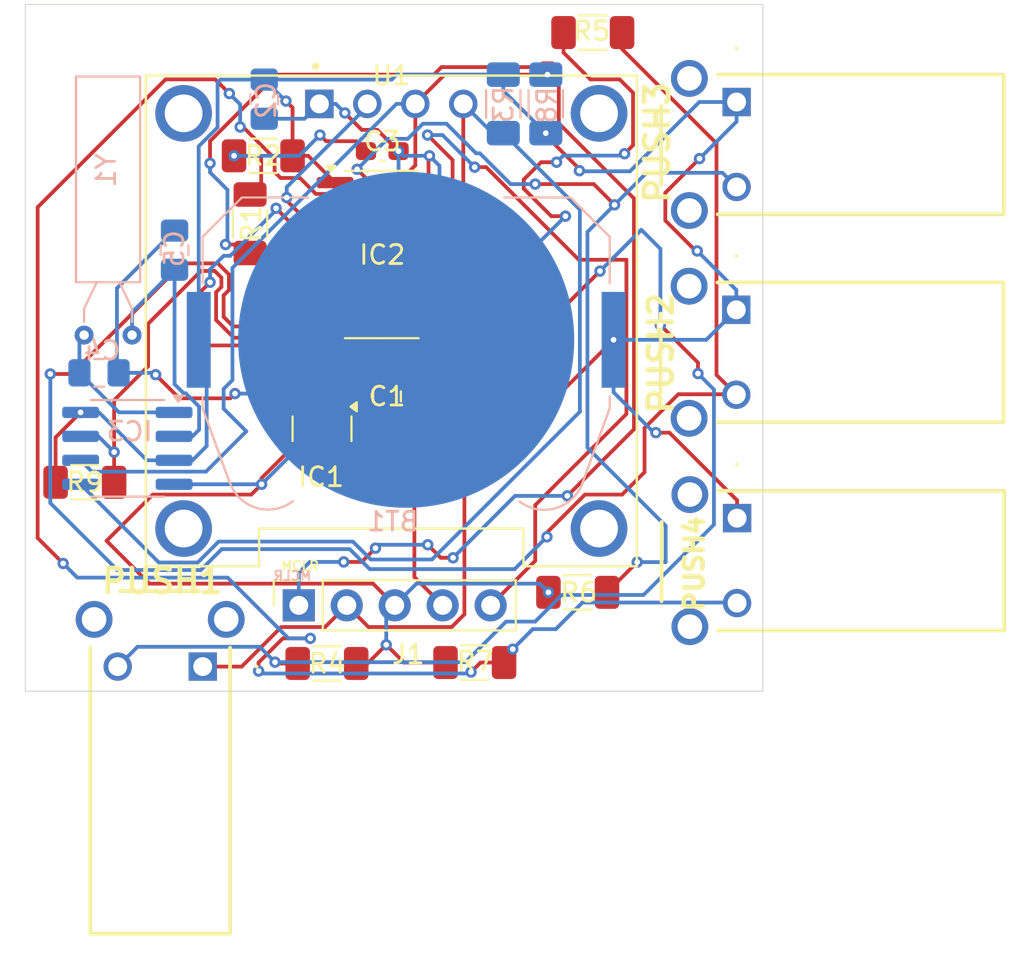
<source format=kicad_pcb>
(kicad_pcb (version 20240108) (generator "pcbnew") (generator_version "8.0")
  (layers (0 "F.Cu" signal) (31 "B.Cu" signal) (34 "B.Paste" user) (35 "F.Paste" user) (36 "B.SilkS" user "B.Silkscreen") (37 "F.SilkS" user "F.Silkscreen") (38 "B.Mask" user) (39 "F.Mask" user) (44 "Edge.Cuts" user))
  (net 0 "")
  (net 1 "+3V0")
  (net 2 "GND")
  (net 3 "Net-(IC1-VDD)")
  (net 4 "Net-(C3-Pad1)")
  (net 5 "Net-(IC3-X1)")
  (net 6 "Net-(IC3-X2)")
  (net 7 "Net-(IC1-VOUT)")
  (net 8 "Net-(IC2-RA4)")
  (net 9 "Net-(IC2-RC0)")
  (net 10 "Net-(IC2-~{MCLR}{slash}VPP{slash}RA3)")
  (net 11 "Net-(IC2-RC5)")
  (net 12 "Net-(IC2-RC1)")
  (net 13 "Net-(IC2-RC2)")
  (net 14 "Net-(IC2-RA2)")
  (net 15 "Net-(IC2-RC4)")
  (net 16 "Net-(IC2-RC3)")
  (net 17 "Net-(IC2-RA1{slash}ICSPCLK)")
  (footprint "Resistor_SMD:R_1206_3216Metric_Pad1.30x1.75mm_HandSolder" (layer "F.Cu") (at 117 60.1 -90)
    (property "Reference" "R1")
    (property "Value" "470 ohms")
  )
  (footprint "Capacitor_SMD:C_0805_2012Metric_Pad1.18x1.45mm_HandSolder" (layer "F.Cu") (at 124.25 69.25 90)
    (property "Reference" "C1")
    (property "Value" "0.1uF")
  )
  (footprint "horizontal push button:TS11674153BK160RAD" (layer "F.Cu") (at 114.49 83.565)
    (property "Reference" "PUSH1")
    (property "Value" "~" (hide yes))
  )
  (footprint "Resistor_SMD:R_1206_3216Metric_Pad1.30x1.75mm_HandSolder" (layer "F.Cu") (at 134.35 79.63)
    (property "Reference" "R6")
    (property "Value" "10k ohms")
  )
  (footprint "Capacitor_SMD:C_0603_1608Metric_Pad1.08x0.95mm_HandSolder" (layer "F.Cu") (at 124 56.25)
    (property "Reference" "C3")
    (property "Value" "0.01uF")
  )
  (footprint "horizontal push button:TS11674153BK160RAD" (layer "F.Cu") (at 142.79 75.7 90)
    (property "Reference" "PUSH4")
    (property "Value" "~" (hide yes))
  )
  (footprint "Resistor_SMD:R_1206_3216Metric_Pad1.30x1.75mm_HandSolder" (layer "F.Cu") (at 108.25 73.8 180)
    (property "Reference" "R9")
    (property "Value" "10k ohms")
  )
  (footprint "Resistor_SMD:R_1206_3216Metric_Pad1.30x1.75mm_HandSolder" (layer "F.Cu") (at 117.7 56.5 180)
    (property "Reference" "R2")
    (property "Value" "10k ohms")
  )
  (footprint "Connector_PinSocket_2.54mm:PinSocket_1x05_P2.54mm_Vertical" (layer "F.Cu") (at 119.58 80.32 90)
    (property "Reference" "J1")
    (property "Value" "Conn_01x05_Pin")
  )
  (footprint "Package_TO_SOT_SMD:SOT-23" (layer "F.Cu") (at 120.81 70.96 -90)
    (property "Reference" "IC1")
    (property "Value" "MCP9700AT-E_TT")
  )
  (footprint "SSD1306:MODULE_DM-OLED096-636" (layer "F.Cu") (at 124.48 65.25)
    (property "Reference" "U1")
    (property "Value" "DM-OLED096-636")
  )
  (footprint "Resistor_SMD:R_1206_3216Metric_Pad1.30x1.75mm_HandSolder" (layer "F.Cu") (at 121.07 83.4 180)
    (property "Reference" "R4")
    (property "Value" "10k ohms")
  )
  (footprint "Resistor_SMD:R_1206_3216Metric_Pad1.30x1.75mm_HandSolder" (layer "F.Cu") (at 128.9 83.35)
    (property "Reference" "R7")
    (property "Value" "10k ohms")
  )
  (footprint "Package_SO:SOIC-14_3.9x8.7mm_P1.27mm" (layer "F.Cu") (at 123.975 61.73)
    (property "Reference" "IC2")
    (property "Value" "PIC16F15225-I_SL")
  )
  (footprint "horizontal push button:TS11674153BK160RAD" (layer "F.Cu") (at 142.765 53.65 90)
    (property "Reference" "PUSH3")
    (property "Value" "~" (hide yes))
  )
  (footprint "Resistor_SMD:R_1206_3216Metric_Pad1.30x1.75mm_HandSolder" (layer "F.Cu") (at 135.15 49.97)
    (property "Reference" "R5")
    (property "Value" "10k ohms")
  )
  (footprint "horizontal push button:TS11674153BK160RAD" (layer "F.Cu") (at 142.75 64.66 90)
    (property "Reference" "PUSH2")
    (property "Value" "~" (hide yes))
  )
  (footprint "Battery:BatteryHolder_Keystone_3034_1x20mm" (layer "B.Cu") (at 125.265 66.25 180)
    (property "Reference" "BT1")
    (property "Value" "Battery_Cell")
  )
  (footprint "Capacitor_SMD:C_0805_2012Metric_Pad1.18x1.45mm_HandSolder" (layer "B.Cu") (at 109 68)
    (property "Reference" "C4")
    (property "Value" "6pF")
  )
  (footprint "Package_SO:SOIC-8_3.9x4.9mm_P1.27mm" (layer "B.Cu") (at 110.5 72 180)
    (property "Reference" "IC3")
    (property "Value" "MCP7940NT-I_SN")
  )
  (footprint "MountingHole:MountingHole_2.2mm_M2_DIN965" (layer "B.Cu") (at 133.78 83.03 180)
    (property "Reference" "REF**" (hide yes))
    (property "Value" "MountingHole_2.2mm_M2_DIN965")
  )
  (footprint "MountingHole:MountingHole_2.2mm_M2_DIN965" (layer "B.Cu") (at 125.63 50.42 180)
    (property "Reference" "REF**" (hide yes))
    (property "Value" "MountingHole_2.2mm_M2_DIN965")
  )
  (footprint "Capacitor_SMD:C_0805_2012Metric_Pad1.18x1.45mm_HandSolder" (layer "B.Cu") (at 117.75 53.5 -90)
    (property "Reference" "C2")
    (property "Value" "0.1uF")
  )
  (footprint "Capacitor_SMD:C_0805_2012Metric_Pad1.18x1.45mm_HandSolder" (layer "B.Cu") (at 113 61.5 -90)
    (property "Reference" "C5")
    (property "Value" "6pF")
  )
  (footprint "Resistor_SMD:R_1206_3216Metric_Pad1.30x1.75mm_HandSolder" (layer "B.Cu") (at 132.66 53.75 -90)
    (property "Reference" "R8")
    (property "Value" "4.7k ohms")
  )
  (footprint "Resistor_SMD:R_1206_3216Metric_Pad1.30x1.75mm_HandSolder" (layer "B.Cu") (at 130.41 53.75 90)
    (property "Reference" "R3")
    (property "Value" "4.7k ohms")
  )
  (footprint "Crystal:Crystal_AT310_D3.0mm_L10.0mm_Horizontal" (layer "B.Cu") (at 108.21 66)
    (property "Reference" "Y1")
    (property "Value" "Crystal")
  )
  (gr_rect (start 105.1 48.48) (end 144.15 84.87) (stroke (width 0.05)) (fill none) (layer "Edge.Cuts"))
  (gr_text "MCLR" (at 120.29 79.05 -0) (layer "B.SilkS") (effects (font (size 0.5 0.5) (thickness 0.1)) (justify left bottom mirror)))
  (gr_text "MCLR" (at 118.59 78.52 0) (layer "F.SilkS") (effects (font (size 0.5 0.5) (thickness 0.1)) (justify left bottom)))
  (segment (start 138.99 58.46) (end 138.99 59.928123) (width 0.2) (layer "F.Cu") (net 1))
  (segment (start 138.99 59.928123) (end 140.601877 61.54) (width 0.2) (layer "F.Cu") (net 1))
  (segment (start 120.08 56.5) (end 121.5 57.92) (width 0.2) (layer "F.Cu") (net 1))
  (segment (start 119.25 53.95) (end 118.9 53.6) (width 0.2) (layer "F.Cu") (net 1))
  (segment (start 119.25 56.5) (end 120.08 56.5) (width 0.2) (layer "F.Cu") (net 1))
  (segment (start 127.676346 81.47) (end 128.35 80.796346) (width 0.2) (layer "F.Cu") (net 1))
  (segment (start 123.27 81.47) (end 127.676346 81.47) (width 0.2) (layer "F.Cu") (net 1))
  (segment (start 142.79 74.753123) (end 139.206877 71.17) (width 0.2) (layer "F.Cu") (net 1))
  (segment (start 119.25 56.5) (end 119.25 53.95) (width 0.2) (layer "F.Cu") (net 1))
  (segment (start 106.7 73.8) (end 106.7 71.42) (width 0.2) (layer "F.Cu") (net 1))
  (segment (start 120.97 81.47) (end 122.12 80.32) (width 0.2) (layer "F.Cu") (net 1))
  (segment (start 106.7 71.42) (end 108.025 70.095) (width 0.2) (layer "F.Cu") (net 1))
  (segment (start 142.79 75.7) (end 142.79 74.753123) (width 0.2) (layer "F.Cu") (net 1))
  (segment (start 140.601877 61.54) (end 140.68 61.54) (width 0.2) (layer "F.Cu") (net 1))
  (segment (start 128.35 74.15) (end 136.25 66.25) (width 0.2) (layer "F.Cu") (net 1))
  (segment (start 114.49 83.565) (end 116.555256 83.565) (width 0.2) (layer "F.Cu") (net 1))
  (segment (start 134.44 57.201471) (end 132.66 55.421471) (width 0.2) (layer "F.Cu") (net 1))
  (segment (start 132.66 55.421471) (end 132.66 55.3) (width 0.2) (layer "F.Cu") (net 1))
  (segment (start 122.12 80.32) (end 123.27 81.47) (width 0.2) (layer "F.Cu") (net 1))
  (segment (start 118.650256 81.47) (end 120.97 81.47) (width 0.2) (layer "F.Cu") (net 1))
  (segment (start 140.8 56.65) (end 138.99 58.46) (width 0.2) (layer "F.Cu") (net 1))
  (segment (start 134.44 57.29) (end 134.44 57.201471) (width 0.2) (layer "F.Cu") (net 1))
  (segment (start 128.35 80.796346) (end 128.35 74.15) (width 0.2) (layer "F.Cu") (net 1))
  (segment (start 139.206877 71.17) (end 138.49 71.17) (width 0.2) (layer "F.Cu") (net 1))
  (segment (start 119.25 56.5) (end 119.4125 56.5) (width 0.2) (layer "F.Cu") (net 1))
  (segment (start 116.555256 83.565) (end 118.650256 81.47) (width 0.2) (layer "F.Cu") (net 1))
  (via (at 132.66 55.3) (size 0.6) (drill 0.3) (layers "F.Cu" "B.Cu") (net 1))
  (via (at 118.9 53.6) (size 0.6) (drill 0.3) (layers "F.Cu" "B.Cu") (net 1))
  (via (at 134.44 57.29) (size 0.6) (drill 0.3) (layers "F.Cu" "B.Cu") (net 1))
  (via (at 136.25 66.25) (size 0.6) (drill 0.3) (layers "F.Cu" "B.Cu") (net 1))
  (via (at 138.49 71.17) (size 0.6) (drill 0.3) (layers "F.Cu" "B.Cu") (net 1))
  (via (at 140.68 61.54) (size 0.6) (drill 0.3) (layers "F.Cu" "B.Cu") (net 1))
  (via (at 108.025 70.095) (size 0.6) (drill 0.3) (layers "F.Cu" "B.Cu") (net 1))
  (via (at 140.8 56.65) (size 0.6) (drill 0.3) (layers "F.Cu" "B.Cu") (net 1))
  (segment (start 108.025 70.095) (end 108.999999 70.095) (width 0.2) (layer "B.Cu") (net 1))
  (segment (start 134.47 57.32) (end 134.44 57.29) (width 0.2) (layer "B.Cu") (net 1))
  (segment (start 108.999999 70.095) (end 111.539999 72.635) (width 0.2) (layer "B.Cu") (net 1))
  (segment (start 113.949999 72.635) (end 114.7 71.884999) (width 0.2) (layer "B.Cu") (net 1))
  (segment (start 114.7 71.884999) (end 114.7 66.67) (width 0.2) (layer "B.Cu") (net 1))
  (segment (start 114.7 66.67) (end 114.28 66.25) (width 0.2) (layer "B.Cu") (net 1))
  (segment (start 140.79 53.65) (end 142.765 53.65) (width 0.2) (layer "B.Cu") (net 1))
  (segment (start 137.12 57.32) (end 134.47 57.32) (width 0.2) (layer "B.Cu") (net 1))
  (segment (start 118.8875 53.6) (end 117.75 52.4625) (width 0.2) (layer "B.Cu") (net 1))
  (segment (start 124.4975 52.4625) (end 124.76 52.2) (width 0.2) (layer "B.Cu") (net 1))
  (segment (start 118.9 53.6) (end 118.8875 53.6) (width 0.2) (layer "B.Cu") (net 1))
  (segment (start 111.539999 72.635) (end 112.975 72.635) (width 0.2) (layer "B.Cu") (net 1))
  (segment (start 115.4375 52.4625) (end 117.75 52.4625) (width 0.2) (layer "B.Cu") (net 1))
  (segment (start 130.41 53.05) (end 132.66 55.3) (width 0.2) (layer "B.Cu") (net 1))
  (segment (start 140.68 61.54) (end 142.75 63.61) (width 0.2) (layer "B.Cu") (net 1))
  (segment (start 142.75 64.66) (end 141.16 66.25) (width 0.2) (layer "B.Cu") (net 1))
  (segment (start 112.975 72.635) (end 113.949999 72.635) (width 0.2) (layer "B.Cu") (net 1))
  (segment (start 130.41 52.2) (end 130.41 53.05) (width 0.2) (layer "B.Cu") (net 1))
  (segment (start 136.25 69.03) (end 136.25 66.25) (width 0.2) (layer "B.Cu") (net 1))
  (segment (start 114.28 66.25) (end 114.28 55.995585) (width 0.2) (layer "B.Cu") (net 1))
  (segment (start 141.16 66.25) (end 136.25 66.25) (width 0.2) (layer "B.Cu") (net 1))
  (segment (start 138.49 71.17) (end 138.39 71.17) (width 0.2) (layer "B.Cu") (net 1))
  (segment (start 115.28 54.995585) (end 115.28 52.62) (width 0.2) (layer "B.Cu") (net 1))
  (segment (start 117.75 52.4625) (end 124.4975 52.4625) (width 0.2) (layer "B.Cu") (net 1))
  (segment (start 124.76 52.2) (end 130.41 52.2) (width 0.2) (layer "B.Cu") (net 1))
  (segment (start 115.28 52.62) (end 115.4375 52.4625) (width 0.2) (layer "B.Cu") (net 1))
  (segment (start 114.28 55.995585) (end 115.28 54.995585) (width 0.2) (layer "B.Cu") (net 1))
  (segment (start 142.765 53.65) (end 142.765 54.685) (width 0.2) (layer "B.Cu") (net 1))
  (segment (start 142.75 63.61) (end 142.75 64.66) (width 0.2) (layer "B.Cu") (net 1))
  (segment (start 138.39 71.17) (end 136.25 69.03) (width 0.2) (layer "B.Cu") (net 1))
  (segment (start 142.765 54.685) (end 140.8 56.65) (width 0.2) (layer "B.Cu") (net 1))
  (segment (start 137.12 57.32) (end 140.79 53.65) (width 0.2) (layer "B.Cu") (net 1))
  (segment (start 137.28 55.94) (end 136.83 56.39) (width 0.2) (layer "F.Cu") (net 2))
  (segment (start 111.85 74.45) (end 117.065 74.45) (width 0.2) (layer "F.Cu") (net 2))
  (segment (start 117.065 74.45) (end 117.61 73.905) (width 0.2) (layer "F.Cu") (net 2))
  (segment (start 133.23 56.84) (end 132.411471 56.84) (width 0.2) (layer "F.Cu") (net 2))
  (segment (start 126.45 56.55) (end 126.5 56.5) (width 0.2) (layer "F.Cu") (net 2))
  (segment (start 123.51 79.17) (end 124.66 80.32) (width 0.2) (layer "F.Cu") (net 2))
  (segment (start 119.29 71.8975) (end 117.61 73.5775) (width 0.2) (layer "F.Cu") (net 2))
  (segment (start 113.25 69.35) (end 115.95 69.35) (width 0.2) (layer "F.Cu") (net 2))
  (segment (start 111.67 79.17) (end 123.51 79.17) (width 0.2) (layer "F.Cu") (net 2))
  (segment (start 131.492843 57.758628) (end 131.492843 58.241372) (width 0.2) (layer "F.Cu") (net 2))
  (segment (start 133.82 59.82) (end 133.7 59.7) (width 0.2) (layer "F.Cu") (net 2))
  (segment (start 124.21 82.41) (end 123.22 83.4) (width 0.2) (layer "F.Cu") (net 2))
  (segment (start 112 68.1) (end 113.25 69.35) (width 0.2) (layer "F.Cu") (net 2))
  (segment (start 117.61 73.5775) (end 117.61 73.905) (width 0.2) (layer "F.Cu") (net 2))
  (segment (start 109.4 76.9) (end 111.85 74.45) (width 0.2) (layer "F.Cu") (net 2))
  (segment (start 122.64 71.8975) (end 120.81 71.8975) (width 0.2) (layer "F.Cu") (net 2))
  (segment (start 125.15 83.35) (end 124.21 82.41) (width 0.2) (layer "F.Cu") (net 2))
  (segment (start 122.020735 54.230735) (end 122.915 55.125) (width 0.2) (layer "F.Cu") (net 2))
  (segment (start 131.492843 58.241372) (end 132.951471 59.7) (width 0.2) (layer "F.Cu") (net 2))
  (segment (start 122.915 55.125) (end 123.7375 55.125) (width 0.2) (layer "F.Cu") (net 2))
  (segment (start 115.95 69.35) (end 116.2 69.1) (width 0.2) (layer "F.Cu") (net 2))
  (segment (start 109.4 76.9) (end 111.67 79.17) (width 0.2) (layer "F.Cu") (net 2))
  (segment (start 135.02 52.45) (end 136.57 52.45) (width 0.2) (layer "F.Cu") (net 2))
  (segment (start 133.6 51.03) (end 135.02 52.45) (width 0.2) (layer "F.Cu") (net 2))
  (segment (start 133.6 49.97) (end 133.6 51.03) (width 0.2) (layer "F.Cu") (net 2))
  (segment (start 124.25 70.2875) (end 122.64 71.8975) (width 0.2) (layer "F.Cu") (net 2))
  (segment (start 123.22 83.4) (end 122.62 83.4) (width 0.2) (layer "F.Cu") (net 2))
  (segment (start 127.35 83.35) (end 125.15 83.35) (width 0.2) (layer "F.Cu") (net 2))
  (segment (start 132.411471 56.84) (end 131.492843 57.758628) (width 0.2) (layer "F.Cu") (net 2))
  (segment (start 136.57 52.45) (end 137.28 53.16) (width 0.2) (layer "F.Cu") (net 2))
  (segment (start 124.15 70.1875) (end 124.25 70.2875) (width 0.2) (layer "F.Cu") (net 2))
  (segment (start 137.28 53.16) (end 137.28 55.94) (width 0.2) (layer "F.Cu") (net 2))
  (segment (start 132.951471 59.7) (end 133.7 59.7) (width 0.2) (layer "F.Cu") (net 2))
  (segment (start 120.81 71.8975) (end 119.29 71.8975) (width 0.2) (layer "F.Cu") (net 2))
  (segment (start 126.45 57.92) (end 126.45 56.55) (width 0.2) (layer "F.Cu") (net 2))
  (segment (start 123.7375 55.125) (end 124.8625 56.25) (width 0.2) (layer "F.Cu") (net 2))
  (via (at 133.23 56.84) (size 0.6) (drill 0.3) (layers "F.Cu" "B.Cu") (net 2))
  (via (at 112 68.1) (size 0.6) (drill 0.3) (layers "F.Cu" "B.Cu") (net 2))
  (via (at 136.83 56.39) (size 0.6) (drill 0.3) (layers "F.Cu" "B.Cu") (net 2))
  (via (at 132.8 79.63) (size 0.6) (drill 0.3) (layers "F.Cu" "B.Cu") (net 2))
  (via (at 116.2 69.1) (size 0.6) (drill 0.3) (layers "F.Cu" "B.Cu") (net 2))
  (via (at 122.020735 54.230735) (size 0.6) (drill 0.3) (layers "F.Cu" "B.Cu") (net 2))
  (via (at 124.21 82.41) (size 0.6) (drill 0.3) (layers "F.Cu" "B.Cu") (net 2))
  (via (at 117.61 73.905) (size 0.6) (drill 0.3) (layers "F.Cu" "B.Cu") (net 2))
  (via (at 124.8625 56.25) (size 0.6) (drill 0.3) (layers "F.Cu" "B.Cu") (net 2))
  (via (at 133.7 59.7) (size 0.6) (drill 0.3) (layers "F.Cu" "B.Cu") (net 2))
  (via (at 126.5 56.5) (size 0.6) (drill 0.3) (layers "F.Cu" "B.Cu") (net 2))
  (segment (start 116.2 69.1) (end 122.415 69.1) (width 0.2) (layer "B.Cu") (net 2))
  (segment (start 126.5 56.5) (end 125.1125 56.5) (width 0.2) (layer "B.Cu") (net 2))
  (segment (start 125.81 79.17) (end 124.66 80.32) (width 0.2) (layer "B.Cu") (net 2))
  (segment (start 113 60.4625) (end 109.95 63.5125) (width 0.2) (layer "B.Cu") (net 2))
  (segment (start 125.1125 56.5) (end 124.8625 56.25) (width 0.2) (layer "B.Cu") (net 2))
  (segment (start 127.15 66.25) (end 125.265 66.25) (width 0.2) (layer "B.Cu") (net 2))
  (segment (start 132.34 79.17) (end 125.81 79.17) (width 0.2) (layer "B.Cu") (net 2))
  (segment (start 111.9 68) (end 112 68.1) (width 0.2) (layer "B.Cu") (net 2))
  (segment (start 127.03 57.03) (end 126.5 56.5) (width 0.2) (layer "B.Cu") (net 2))
  (segment (start 109.95 67.9125) (end 110.0375 68) (width 0.2) (layer "B.Cu") (net 2))
  (segment (start 121.54 53.75) (end 120.67 53.75) (width 0.2) (layer "B.Cu") (net 2))
  (segment (start 119.8825 54.5375) (end 120.67 53.75) (width 0.2) (layer "B.Cu") (net 2))
  (segment (start 124.21 82.41) (end 124.21 80.77) (width 0.2) (layer "B.Cu") (net 2))
  (segment (start 122.415 69.1) (end 125.265 66.25) (width 0.2) (layer "B.Cu") (net 2))
  (segment (start 109.95 63.5125) (end 109.95 67.9125) (width 0.2) (layer "B.Cu") (net 2))
  (segment (start 136.73 56.49) (end 133.58 56.49) (width 0.2) (layer "B.Cu") (net 2))
  (segment (start 127.03 64.485) (end 127.03 57.03) (width 0.2) (layer "B.Cu") (net 2))
  (segment (start 136.83 56.39) (end 136.73 56.49) (width 0.2) (layer "B.Cu") (net 2))
  (segment (start 124.21 80.77) (end 124.66 80.32) (width 0.2) (layer "B.Cu") (net 2))
  (segment (start 122.020735 54.230735) (end 121.54 53.75) (width 0.2) (layer "B.Cu") (net 2))
  (segment (start 124.8625 56.25) (end 124.8625 65.8475) (width 0.2) (layer "B.Cu") (net 2))
  (segment (start 124.8625 65.8475) (end 125.265 66.25) (width 0.2) (layer "B.Cu") (net 2))
  (segment (start 133.7 59.7) (end 127.15 66.25) (width 0.2) (layer "B.Cu") (net 2))
  (segment (start 112.975 73.905) (end 117.61 73.905) (width 0.2) (layer "B.Cu") (net 2))
  (segment (start 125.265 66.25) (end 127.03 64.485) (width 0.2) (layer "B.Cu") (net 2))
  (segment (start 117.75 54.5375) (end 119.8825 54.5375) (width 0.2) (layer "B.Cu") (net 2))
  (segment (start 133.58 56.49) (end 133.23 56.84) (width 0.2) (layer "B.Cu") (net 2))
  (segment (start 110.0375 68) (end 111.9 68) (width 0.2) (layer "B.Cu") (net 2))
  (segment (start 117.61 73.905) (end 125.265 66.25) (width 0.2) (layer "B.Cu") (net 2))
  (segment (start 132.34 79.17) (end 132.8 79.63) (width 0.2) (layer "B.Cu") (net 2))
  (segment (start 122.775 60.800552) (end 122.515552 61.06) (width 0.2) (layer "F.Cu") (net 3))
  (segment (start 120.154292 61.06) (end 118.375 59.280708) (width 0.2) (layer "F.Cu") (net 3))
  (segment (start 122.515552 61.06) (end 120.154292 61.06) (width 0.2) (layer "F.Cu") (net 3))
  (segment (start 114.88 63.2) (end 113.9 64.18) (width 0.2) (layer "F.Cu") (net 3))
  (segment (start 121.5 59.19) (end 122.474999 59.19) (width 0.2) (layer "F.Cu") (net 3))
  (segment (start 123.0275 68.2125) (end 124.25 68.2125) (width 0.2) (layer "F.Cu") (net 3))
  (segment (start 122.474999 59.19) (end 122.775 59.490001) (width 0.2) (layer "F.Cu") (net 3))
  (segment (start 121.76 70.0225) (end 121.76 69.48) (width 0.2) (layer "F.Cu") (net 3))
  (segment (start 113.9 64.18) (end 113.9 66.55) (width 0.2) (layer "F.Cu") (net 3))
  (segment (start 118.2875 66.55) (end 121.76 70.0225) (width 0.2) (layer "F.Cu") (net 3))
  (segment (start 122.775 59.490001) (end 122.775 60.800552) (width 0.2) (layer "F.Cu") (net 3))
  (segment (start 113.9 66.55) (end 118.2875 66.55) (width 0.2) (layer "F.Cu") (net 3))
  (segment (start 121.76 69.48) (end 123.0275 68.2125) (width 0.2) (layer "F.Cu") (net 3))
  (via (at 118.375 59.280708) (size 0.6) (drill 0.3) (layers "F.Cu" "B.Cu") (net 3))
  (via (at 114.88 63.2) (size 0.6) (drill 0.3) (layers "F.Cu" "B.Cu") (net 3))
  (segment (start 114.88 62.52) (end 115.6 61.8) (width 0.2) (layer "B.Cu") (net 3))
  (segment (start 115.6 61.8) (end 115.948529 61.8) (width 0.2) (layer "B.Cu") (net 3))
  (segment (start 115.948529 61.8) (end 118.375 59.373529) (width 0.2) (layer "B.Cu") (net 3))
  (segment (start 114.88 63.2) (end 114.88 62.52) (width 0.2) (layer "B.Cu") (net 3))
  (segment (start 118.375 59.373529) (end 118.375 59.280708) (width 0.2) (layer "B.Cu") (net 3))
  (segment (start 117.5875 56.5) (end 116.15 56.5) (width 0.2) (layer "F.Cu") (net 4))
  (segment (start 117.5875 57.9625) (end 117 58.55) (width 0.2) (layer "F.Cu") (net 4))
  (segment (start 117.5875 56.5) (end 117.5875 57.9625) (width 0.2) (layer "F.Cu") (net 4))
  (segment (start 120.7 55.4) (end 121.025 55.725) (width 0.2) (layer "F.Cu") (net 4))
  (segment (start 121.025 55.725) (end 122.6125 55.725) (width 0.2) (layer "F.Cu") (net 4))
  (segment (start 123.1375 56.25) (end 122.6125 55.725) (width 0.2) (layer "F.Cu") (net 4))
  (via (at 120.7 55.4) (size 0.6) (drill 0.3) (layers "F.Cu" "B.Cu") (net 4))
  (via (at 116.15 56.5) (size 0.6) (drill 0.3) (layers "F.Cu" "B.Cu") (net 4))
  (segment (start 116.15 56.5) (end 119.6 56.5) (width 0.2) (layer "B.Cu") (net 4))
  (segment (start 119.6 56.5) (end 120.7 55.4) (width 0.2) (layer "B.Cu") (net 4))
  (segment (start 112.975 70.095) (end 110.0575 70.095) (width 0.2) (layer "B.Cu") (net 5))
  (segment (start 107.9625 68) (end 107.9625 66.2475) (width 0.2) (layer "B.Cu") (net 5))
  (segment (start 107.9625 66.2475) (end 108.21 66) (width 0.2) (layer "B.Cu") (net 5))
  (segment (start 110.0575 70.095) (end 107.9625 68) (width 0.2) (layer "B.Cu") (net 5))
  (segment (start 113.49 69.09) (end 113 68.6) (width 0.2) (layer "B.Cu") (net 6))
  (segment (start 110.75 66) (end 110.75 64.7875) (width 0.2) (layer "B.Cu") (net 6))
  (segment (start 114.3 69.79) (end 113.6 69.09) (width 0.2) (layer "B.Cu") (net 6))
  (segment (start 110.75 64.7875) (end 113 62.5375) (width 0.2) (layer "B.Cu") (net 6))
  (segment (start 113 68.6) (end 113 62.5375) (width 0.2) (layer "B.Cu") (net 6))
  (segment (start 114.3 71.014999) (end 114.3 69.79) (width 0.2) (layer "B.Cu") (net 6))
  (segment (start 113.949999 71.365) (end 114.3 71.014999) (width 0.2) (layer "B.Cu") (net 6))
  (segment (start 113.6 69.09) (end 113.49 69.09) (width 0.2) (layer "B.Cu") (net 6))
  (segment (start 112.975 71.365) (end 113.949999 71.365) (width 0.2) (layer "B.Cu") (net 6))
  (segment (start 127.424999 59.19) (end 126.45 59.19) (width 0.2) (layer "F.Cu") (net 7))
  (segment (start 128.464314 63.67) (end 130.184656 61.949657) (width 0.2) (layer "F.Cu") (net 7))
  (segment (start 125.3 68.759744) (end 125.3 66.850686) (width 0.2) (layer "F.Cu") (net 7))
  (segment (start 125.175 63.929448) (end 125.434448 63.67) (width 0.2) (layer "F.Cu") (net 7))
  (segment (start 123.540256 69.4) (end 124.659744 69.4) (width 0.2) (layer "F.Cu") (net 7))
  (segment (start 125.7 78.82) (end 125.7 70.09) (width 0.2) (layer "F.Cu") (net 7))
  (segment (start 125.3 66.850686) (end 124.8 66.350686) (width 0.2) (layer "F.Cu") (net 7))
  (segment (start 123.225 69.715256) (end 123.540256 69.4) (width 0.2) (layer "F.Cu") (net 7))
  (segment (start 124.8 64.985552) (end 125.175 64.610552) (width 0.2) (layer "F.Cu") (net 7))
  (segment (start 125.175 64.610552) (end 125.175 63.929448) (width 0.2) (layer "F.Cu") (net 7))
  (segment (start 121.419448 71.06) (end 122.145 71.06) (width 0.2) (layer "F.Cu") (net 7))
  (segment (start 120.381948 70.0225) (end 121.419448 71.06) (width 0.2) (layer "F.Cu") (net 7))
  (segment (start 124.659744 69.4) (end 124.849872 69.209872) (width 0.2) (layer "F.Cu") (net 7))
  (segment (start 130.184656 61.949657) (end 127.424999 59.19) (width 0.2) (layer "F.Cu") (net 7))
  (segment (start 124.8 66.350686) (end 124.8 64.985552) (width 0.2) (layer "F.Cu") (net 7))
  (segment (start 125.434448 63.67) (end 128.464314 63.67) (width 0.2) (layer "F.Cu") (net 7))
  (segment (start 123.225 69.98) (end 123.225 69.715256) (width 0.2) (layer "F.Cu") (net 7))
  (segment (start 125.7 70.09) (end 124.849872 69.239872) (width 0.2) (layer "F.Cu") (net 7))
  (segment (start 124.849872 69.239872) (end 124.849872 69.209872) (width 0.2) (layer "F.Cu") (net 7))
  (segment (start 127.2 80.32) (end 125.7 78.82) (width 0.2) (layer "F.Cu") (net 7))
  (segment (start 119.86 70.0225) (end 120.381948 70.0225) (width 0.2) (layer "F.Cu") (net 7))
  (segment (start 122.145 71.06) (end 123.225 69.98) (width 0.2) (layer "F.Cu") (net 7))
  (segment (start 124.849872 69.209872) (end 125.3 68.759744) (width 0.2) (layer "F.Cu") (net 7))
  (segment (start 120.525001 60.46) (end 121.5 60.46) (width 0.2) (layer "F.Cu") (net 8))
  (segment (start 118.940686 58.71502) (end 118.940686 58.875685) (width 0.2) (layer "F.Cu") (net 8))
  (segment (start 118.940686 58.875685) (end 120.525001 60.46) (width 0.2) (layer "F.Cu") (net 8))
  (via (at 118.940686 58.71502) (size 0.6) (drill 0.3) (layers "F.Cu" "B.Cu") (net 8))
  (segment (start 118.940686 58.159314) (end 123.21 53.89) (width 0.2) (layer "B.Cu") (net 8))
  (segment (start 118.940686 58.71502) (end 118.940686 58.159314) (width 0.2) (layer "B.Cu") (net 8))
  (segment (start 123.21 53.89) (end 123.21 53.75) (width 0.2) (layer "B.Cu") (net 8))
  (segment (start 127.725 61.389448) (end 127.395552 61.06) (width 0.2) (layer "F.Cu") (net 9))
  (segment (start 124.65 60.275552) (end 124.65 59.55) (width 0.2) (layer "F.Cu") (net 9))
  (segment (start 127.725 62.699999) (end 127.725 61.389448) (width 0.2) (layer "F.Cu") (net 9))
  (segment (start 125.434448 61.06) (end 124.65 60.275552) (width 0.2) (layer "F.Cu") (net 9))
  (segment (start 126.45 63) (end 127.424999 63) (width 0.2) (layer "F.Cu") (net 9))
  (segment (start 127.424999 63) (end 127.725 62.699999) (width 0.2) (layer "F.Cu") (net 9))
  (segment (start 127.395552 61.06) (end 125.434448 61.06) (width 0.2) (layer "F.Cu") (net 9))
  (segment (start 124.3 59.2) (end 124.3 58.454448) (width 0.2) (layer "F.Cu") (net 9))
  (segment (start 125.75 57.004448) (end 125.75 53.75) (width 0.2) (layer "F.Cu") (net 9))
  (segment (start 127.3 52.2) (end 132.66 52.2) (width 0.2) (layer "F.Cu") (net 9))
  (segment (start 125.75 53.75) (end 127.3 52.2) (width 0.2) (layer "F.Cu") (net 9))
  (segment (start 126.45 63) (end 125.475001 63) (width 0.2) (layer "F.Cu") (net 9))
  (segment (start 124.65 59.55) (end 124.3 59.2) (width 0.2) (layer "F.Cu") (net 9))
  (segment (start 124.3 58.454448) (end 125.75 57.004448) (width 0.2) (layer "F.Cu") (net 9))
  (via (at 132.75 52.2) (size 0.6) (drill 0.3) (layers "F.Cu" "B.Cu") (net 9))
  (segment (start 116.065 68.386471) (end 116.065 62.439235) (width 0.2) (layer "B.Cu") (net 9))
  (segment (start 116.065 62.439235) (end 124.754235 53.75) (width 0.2) (layer "B.Cu") (net 9))
  (segment (start 115.6 69.9) (end 115.6 68.851471) (width 0.2) (layer "B.Cu") (net 9))
  (segment (start 115.6 68.851471) (end 116.065 68.386471) (width 0.2) (layer "B.Cu") (net 9))
  (segment (start 114.665 73.235) (end 116.8 71.1) (width 0.2) (layer "B.Cu") (net 9))
  (segment (start 108.025 72.635) (end 108.625 73.235) (width 0.2) (layer "B.Cu") (net 9))
  (segment (start 108.625 73.235) (end 114.665 73.235) (width 0.2) (layer "B.Cu") (net 9))
  (segment (start 116.8 71.1) (end 115.6 69.9) (width 0.2) (layer "B.Cu") (net 9))
  (segment (start 124.754235 53.75) (end 125.75 53.75) (width 0.2) (layer "B.Cu") (net 9))
  (segment (start 127.134314 51.8) (end 132.301471 51.8) (width 0.2) (layer "F.Cu") (net 10))
  (segment (start 121.96 78.02) (end 122.91 78.02) (width 0.2) (layer "F.Cu") (net 10))
  (segment (start 114.88 56.9) (end 114.88 55.72) (width 0.2) (layer "F.Cu") (net 10))
  (segment (start 118.4 52.2) (end 126.734314 52.2) (width 0.2) (layer "F.Cu") (net 10))
  (segment (start 122.91 78.02) (end 123.64 77.29) (width 0.2) (layer "F.Cu") (net 10))
  (segment (start 126.734314 52.2) (end 127.134314 51.8) (width 0.2) (layer "F.Cu") (net 10))
  (segment (start 117.4 62.05) (end 121.18 62.05) (width 0.2) (layer "F.Cu") (net 10))
  (segment (start 137.33 58.760582) (end 137.33 70.99) (width 0.2) (layer "F.Cu") (net 10))
  (segment (start 134.619418 56.05) (end 137.33 58.760582) (width 0.2) (layer "F.Cu") (net 10))
  (segment (start 133.35 54.780582) (end 134.619418 56.05) (width 0.2) (layer "F.Cu") (net 10))
  (segment (start 132.998529 51.6) (end 133.35 51.951471) (width 0.2) (layer "F.Cu") (net 10))
  (segment (start 127.1 77.8) (end 126.41 77.11) (width 0.2) (layer "F.Cu") (net 10))
  (segment (start 137.33 70.99) (end 133.8 74.52) (width 0.2) (layer "F.Cu") (net 10))
  (segment (start 114.88 55.72) (end 118.4 52.2) (width 0.2) (layer "F.Cu") (net 10))
  (segment (start 116.55 61.2) (end 117 61.65) (width 0.2) (layer "F.Cu") (net 10))
  (segment (start 121.18 62.05) (end 121.5 61.73) (width 0.2) (layer "F.Cu") (net 10))
  (segment (start 133.35 51.951471) (end 133.35 54.780582) (width 0.2) (layer "F.Cu") (net 10))
  (segment (start 117 61.65) (end 117.4 62.05) (width 0.2) (layer "F.Cu") (net 10))
  (segment (start 132.301471 51.8) (end 132.501471 51.6) (width 0.2) (layer "F.Cu") (net 10))
  (segment (start 115.7 61.2) (end 116.55 61.2) (width 0.2) (layer "F.Cu") (net 10))
  (segment (start 132.501471 51.6) (end 132.998529 51.6) (width 0.2) (layer "F.Cu") (net 10))
  (segment (start 127.75 77.8) (end 127.1 77.8) (width 0.2) (layer "F.Cu") (net 10))
  (via (at 126.41 77.11) (size 0.6) (drill 0.3) (layers "F.Cu" "B.Cu") (net 10))
  (via (at 133.8 74.52) (size 0.6) (drill 0.3) (layers "F.Cu" "B.Cu") (net 10))
  (via (at 127.75 77.8) (size 0.6) (drill 0.3) (layers "F.Cu" "B.Cu") (net 10))
  (via (at 114.88 56.9) (size 0.6) (drill 0.3) (layers "F.Cu" "B.Cu") (net 10))
  (via (at 115.7 61.2) (size 0.6) (drill 0.3) (layers "F.Cu" "B.Cu") (net 10))
  (via (at 121.96 78.02) (size 0.6) (drill 0.3) (layers "F.Cu" "B.Cu") (net 10))
  (via (at 123.64 77.29) (size 0.6) (drill 0.3) (layers "F.Cu" "B.Cu") (net 10))
  (segment (start 133.8 74.52) (end 131.03 74.52) (width 0.2) (layer "B.Cu") (net 10))
  (segment (start 123.82 77.11) (end 123.64 77.29) (width 0.2) (layer "B.Cu") (net 10))
  (segment (start 119.58 78.6) (end 119.58 80.32) (width 0.2) (layer "B.Cu") (net 10))
  (segment (start 120.16 78.02) (end 119.58 78.6) (width 0.2) (layer "B.Cu") (net 10))
  (segment (start 115.8 58.3) (end 115.8 61.1) (width 0.2) (layer "B.Cu") (net 10))
  (segment (start 115.8 61.1) (end 115.7 61.2) (width 0.2) (layer "B.Cu") (net 10))
  (segment (start 126.41 77.11) (end 123.82 77.11) (width 0.2) (layer "B.Cu") (net 10))
  (segment (start 121.96 78.02) (end 120.16 78.02) (width 0.2) (layer "B.Cu") (net 10))
  (segment (start 131.03 74.52) (end 127.75 77.8) (width 0.2) (layer "B.Cu") (net 10))
  (segment (start 114.88 57.38) (end 115.8 58.3) (width 0.2) (layer "B.Cu") (net 10))
  (segment (start 114.88 56.9) (end 114.88 57.38) (width 0.2) (layer "B.Cu") (net 10))
  (segment (start 122.515552 58.52) (end 120.484448 58.52) (width 0.2) (layer "F.Cu") (net 11))
  (segment (start 129.205881 83.35) (end 128.701386 83.854495) (width 0.2) (layer "F.Cu") (net 11))
  (segment (start 117.45 83.8) (end 117.45 83.351471) (width 0.2) (layer "F.Cu") (net 11))
  (segment (start 130.45 83.1) (end 130.91 82.64) (width 0.2) (layer "F.Cu") (net 11))
  (segment (start 120.484448 58.52) (end 119.639448 57.675) (width 0.2) (layer "F.Cu") (net 11))
  (segment (start 118.3 56.646815) (end 116.62745 54.974265) (width 0.2) (layer "F.Cu") (net 11))
  (segment (start 119.639448 57.675) (end 118.615256 57.675) (width 0.2) (layer "F.Cu") (net 11))
  (segment (start 130.45 83.35) (end 130.45 83.1) (width 0.2) (layer "F.Cu") (net 11))
  (segment (start 130.45 83.35) (end 129.205881 83.35) (width 0.2) (layer "F.Cu") (net 11))
  (segment (start 105.75 76.75) (end 107.1 78.1) (width 0.2) (layer "F.Cu") (net 11))
  (segment (start 118.3 57.359744) (end 118.3 56.646815) (width 0.2) (layer "F.Cu") (net 11))
  (segment (start 105.75 59.225585) (end 105.75 76.75) (width 0.2) (layer "F.Cu") (net 11))
  (segment (start 115.15 52.45) (end 112.525585 52.45) (width 0.2) (layer "F.Cu") (net 11))
  (segment (start 121.5 63) (end 122.474999 63) (width 0.2) (layer "F.Cu") (net 11))
  (segment (start 115.9 53.2) (end 115.15 52.45) (width 0.2) (layer "F.Cu") (net 11))
  (segment (start 122.474999 63) (end 123.175 62.299999) (width 0.2) (layer "F.Cu") (net 11))
  (segment (start 123.175 62.299999) (end 123.175 59.179448) (width 0.2) (layer "F.Cu") (net 11))
  (segment (start 118.615256 57.675) (end 118.3 57.359744) (width 0.2) (layer "F.Cu") (net 11))
  (segment (start 118.731352 82.070119) (end 120.189817 82.070119) (width 0.2) (layer "F.Cu") (net 11))
  (segment (start 123.175 59.179448) (end 122.515552 58.52) (width 0.2) (layer "F.Cu") (net 11))
  (segment (start 112.525585 52.45) (end 105.75 59.225585) (width 0.2) (layer "F.Cu") (net 11))
  (segment (start 116.62745 54.974265) (end 116.474265 54.974265) (width 0.2) (layer "F.Cu") (net 11))
  (segment (start 117.45 83.351471) (end 118.731352 82.070119) (width 0.2) (layer "F.Cu") (net 11))
  (via (at 117.45 83.8) (size 0.6) (drill 0.3) (layers "F.Cu" "B.Cu") (net 11))
  (via (at 116.474265 54.974265) (size 0.6) (drill 0.3) (layers "F.Cu" "B.Cu") (net 11))
  (via (at 120.189817 82.070119) (size 0.6) (drill 0.3) (layers "F.Cu" "B.Cu") (net 11))
  (via (at 130.91 82.64) (size 0.6) (drill 0.3) (layers "F.Cu" "B.Cu") (net 11))
  (via (at 128.701386 83.854495) (size 0.6) (drill 0.3) (layers "F.Cu" "B.Cu") (net 11))
  (via (at 115.9 53.2) (size 0.6) (drill 0.3) (layers "F.Cu" "B.Cu") (net 11))
  (via (at 107.1 78.1) (size 0.6) (drill 0.3) (layers "F.Cu" "B.Cu") (net 11))
  (segment (start 120.189817 82.070119) (end 119.030119 82.070119) (width 0.2) (layer "B.Cu") (net 11))
  (segment (start 107.85 78.85) (end 107.1 78.1) (width 0.2) (layer "B.Cu") (net 11))
  (segment (start 130.91 82.64) (end 131.97 81.58) (width 0.2) (layer "B.Cu") (net 11))
  (segment (start 134.6 80.17) (end 142.76 80.17) (width 0.2) (layer "B.Cu") (net 11))
  (segment (start 117.58 83.93) (end 117.45 83.8) (width 0.2) (layer "B.Cu") (net 11))
  (segment (start 133.19 81.58) (end 134.6 80.17) (width 0.2) (layer "B.Cu") (net 11))
  (segment (start 128.625881 83.93) (end 117.58 83.93) (width 0.2) (layer "B.Cu") (net 11))
  (segment (start 142.76 80.17) (end 142.79 80.2) (width 0.2) (layer "B.Cu") (net 11))
  (segment (start 131.97 81.58) (end 133.19 81.58) (width 0.2) (layer "B.Cu") (net 11))
  (segment (start 119.030119 82.070119) (end 115.81 78.85) (width 0.2) (layer "B.Cu") (net 11))
  (segment (start 115.81 78.85) (end 107.85 78.85) (width 0.2) (layer "B.Cu") (net 11))
  (segment (start 116.474265 54.974265) (end 116.474265 53.774265) (width 0.2) (layer "B.Cu") (net 11))
  (segment (start 128.701386 83.854495) (end 128.625881 83.93) (width 0.2) (layer "B.Cu") (net 11))
  (segment (start 116.474265 53.774265) (end 115.9 53.2) (width 0.2) (layer "B.Cu") (net 11))
  (segment (start 131.3 61.4) (end 128.43 64.27) (width 0.2) (layer "F.Cu") (net 12))
  (segment (start 128.29 53.75) (end 128.29 58.39) (width 0.2) (layer "F.Cu") (net 12))
  (segment (start 128.29 58.39) (end 131.3 61.4) (width 0.2) (layer "F.Cu") (net 12))
  (segment (start 128.43 64.27) (end 126.45 64.27) (width 0.2) (layer "F.Cu") (net 12))
  (segment (start 108.025 73.905) (end 112.17 78.05) (width 0.2) (layer "B.Cu") (net 12))
  (segment (start 126.635765 77.89) (end 134.465 70.060765) (width 0.2) (layer "B.Cu") (net 12))
  (segment (start 115.335585 76.94) (end 122.441471 76.94) (width 0.2) (layer "B.Cu") (net 12))
  (segment (start 134.465 59.355) (end 130.41 55.3) (width 0.2) (layer "B.Cu") (net 12))
  (segment (start 112.17 78.05) (end 114.225585 78.05) (width 0.2) (layer "B.Cu") (net 12))
  (segment (start 122.441471 76.94) (end 123.391471 77.89) (width 0.2) (layer "B.Cu") (net 12))
  (segment (start 134.465 70.060765) (end 134.465 59.355) (width 0.2) (layer "B.Cu") (net 12))
  (segment (start 123.391471 77.89) (end 126.635765 77.89) (width 0.2) (layer "B.Cu") (net 12))
  (segment (start 128.29 53.75) (end 129.84 55.3) (width 0.2) (layer "B.Cu") (net 12))
  (segment (start 129.84 55.3) (end 130.41 55.3) (width 0.2) (layer "B.Cu") (net 12))
  (segment (start 114.225585 78.05) (end 115.335585 76.94) (width 0.2) (layer "B.Cu") (net 12))
  (segment (start 126.45 65.54) (end 132.6 65.54) (width 0.2) (layer "F.Cu") (net 13))
  (segment (start 118.39 83.4) (end 118.32 83.33) (width 0.2) (layer "F.Cu") (net 13))
  (segment (start 119.52 83.4) (end 118.39 83.4) (width 0.2) (layer "F.Cu") (net 13))
  (segment (start 140.72 67.46) (end 140.72 68.04) (width 0.2) (layer "F.Cu") (net 13))
  (segment (start 138.73 65.47) (end 140.72 67.46) (width 0.2) (layer "F.Cu") (net 13))
  (segment (start 132.6 65.54) (end 135.53 62.61) (width 0.2) (layer "F.Cu") (net 13))
  (via (at 138.73 65.47) (size 0.6) (drill 0.3) (layers "F.Cu" "B.Cu") (net 13))
  (via (at 135.53 62.61) (size 0.6) (drill 0.3) (layers "F.Cu" "B.Cu") (net 13))
  (via (at 118.32 83.33) (size 0.6) (drill 0.3) (layers "F.Cu" "B.Cu") (net 13))
  (via (at 140.72 68.04) (size 0.6) (drill 0.3) (layers "F.Cu" "B.Cu") (net 13))
  (segment (start 118.32 83.33) (end 117.505 82.515) (width 0.2) (layer "B.Cu") (net 13))
  (segment (start 128.41 83.33) (end 118.32 83.33) (width 0.2) (layer "B.Cu") (net 13))
  (segment (start 140.72 68.04) (end 141.565 68.885) (width 0.2) (layer "B.Cu") (net 13))
  (segment (start 132.098529 81.18) (end 130.56 81.18) (width 0.2) (layer "B.Cu") (net 13))
  (segment (start 137.72 60.42) (end 138.73 61.43) (width 0.2) (layer "B.Cu") (net 13))
  (segment (start 138.73 61.43) (end 138.73 65.47) (width 0.2) (layer "B.Cu") (net 13))
  (segment (start 130.56 81.18) (end 128.41 83.33) (width 0.2) (layer "B.Cu") (net 13))
  (segment (start 137.835685 79.77) (end 133.508529 79.77) (width 0.2) (layer "B.Cu") (net 13))
  (segment (start 135.53 62.61) (end 137.72 60.42) (width 0.2) (layer "B.Cu") (net 13))
  (segment (start 141.565 76.040685) (end 137.835685 79.77) (width 0.2) (layer "B.Cu") (net 13))
  (segment (start 117.505 82.515) (end 111.04 82.515) (width 0.2) (layer "B.Cu") (net 13))
  (segment (start 141.565 68.885) (end 141.565 76.040685) (width 0.2) (layer "B.Cu") (net 13))
  (segment (start 111.04 82.515) (end 109.99 83.565) (width 0.2) (layer "B.Cu") (net 13))
  (segment (start 133.508529 79.77) (end 132.098529 81.18) (width 0.2) (layer "B.Cu") (net 13))
  (segment (start 122.56 66.14) (end 116.14 66.14) (width 0.2) (layer "F.Cu") (net 14))
  (segment (start 115.2 63.728529) (end 115.48 63.448529) (width 0.2) (layer "F.Cu") (net 14))
  (segment (start 111.6 67.651471) (end 109.8 69.451471) (width 0.2) (layer "F.Cu") (net 14))
  (segment (start 115.2 65.2) (end 115.2 63.728529) (width 0.2) (layer "F.Cu") (net 14))
  (segment (start 116.14 66.14) (end 115.2 65.2) (width 0.2) (layer "F.Cu") (net 14))
  (segment (start 122.775 65.925) (end 122.56 66.14) (width 0.2) (layer "F.Cu") (net 14))
  (segment (start 125.475001 61.73) (end 122.775 64.430001) (width 0.2) (layer "F.Cu") (net 14))
  (segment (start 115.128529 62.6) (end 114.4 62.6) (width 0.2) (layer "F.Cu") (net 14))
  (segment (start 109.8 73.8) (end 109.8 72.2) (width 0.2) (layer "F.Cu") (net 14))
  (segment (start 122.775 64.430001) (end 122.775 65.925) (width 0.2) (layer "F.Cu") (net 14))
  (segment (start 115.48 62.951471) (end 115.128529 62.6) (width 0.2) (layer "F.Cu") (net 14))
  (segment (start 114.4 62.6) (end 111.6 65.4) (width 0.2) (layer "F.Cu") (net 14))
  (segment (start 109.8 69.451471) (end 109.8 72.2) (width 0.2) (layer "F.Cu") (net 14))
  (segment (start 115.48 63.448529) (end 115.48 62.951471) (width 0.2) (layer "F.Cu") (net 14))
  (segment (start 126.45 61.73) (end 125.475001 61.73) (width 0.2) (layer "F.Cu") (net 14))
  (segment (start 111.6 65.4) (end 111.6 67.651471) (width 0.2) (layer "F.Cu") (net 14))
  (via (at 109.8 72.2) (size 0.6) (drill 0.3) (layers "F.Cu" "B.Cu") (net 14))
  (segment (start 108.965 71.365) (end 109.8 72.2) (width 0.2) (layer "B.Cu") (net 14))
  (segment (start 108.025 71.365) (end 108.965 71.365) (width 0.2) (layer "B.Cu") (net 14))
  (segment (start 123.9 58.45006) (end 122.666123 57.216183) (width 0.2) (layer "F.Cu") (net 15))
  (segment (start 135.9 79.63) (end 137.5 78.03) (width 0.2) (layer "F.Cu") (net 15))
  (segment (start 122.375 64.27) (end 122.375 64.264315) (width 0.2) (layer "F.Cu") (net 15))
  (segment (start 122.375 64.264315) (end 123.9 62.739315) (width 0.2) (layer "F.Cu") (net 15))
  (segment (start 132.1 58) (end 135.2 58) (width 0.2) (layer "F.Cu") (net 15))
  (segment (start 123.9 62.739315) (end 123.9 58.45006) (width 0.2) (layer "F.Cu") (net 15))
  (segment (start 121.5 64.27) (end 122.375 64.27) (width 0.2) (layer "F.Cu") (net 15))
  (segment (start 135.2 58) (end 136.3 59.1) (width 0.2) (layer "F.Cu") (net 15))
  (via (at 122.666123 57.216183) (size 0.6) (drill 0.3) (layers "F.Cu" "B.Cu") (net 15))
  (via (at 132.1 58) (size 0.6) (drill 0.3) (layers "F.Cu" "B.Cu") (net 15))
  (via (at 136.3 59.1) (size 0.6) (drill 0.3) (layers "F.Cu" "B.Cu") (net 15))
  (via (at 137.5 78.03) (size 0.6) (drill 0.3) (layers "F.Cu" "B.Cu") (net 15))
  (segment (start 124.282306 55.6) (end 125.351471 55.6) (width 0.2) (layer "B.Cu") (net 15))
  (segment (start 127.4 54.8) (end 128.965686 56.365686) (width 0.2) (layer "B.Cu") (net 15))
  (segment (start 129.165686 56.365686) (end 130.8 58) (width 0.2) (layer "B.Cu") (net 15))
  (segment (start 138 57.4) (end 136.3 59.1) (width 0.2) (layer "B.Cu") (net 15))
  (segment (start 128.965686 56.365686) (end 129.165686 56.365686) (width 0.2) (layer "B.Cu") (net 15))
  (segment (start 125.351471 55.6) (end 126.151471 54.8) (width 0.2) (layer "B.Cu") (net 15))
  (segment (start 126.151471 54.8) (end 127.4 54.8) (width 0.2) (layer "B.Cu") (net 15))
  (segment (start 130.8 58) (end 132.1 58) (width 0.2) (layer "B.Cu") (net 15))
  (segment (start 134.865 60.535) (end 134.865 71.965) (width 0.2) (layer "B.Cu") (net 15))
  (segment (start 136.3 59.1) (end 134.865 60.535) (width 0.2) (layer "B.Cu") (net 15))
  (segment (start 142.765 58.15) (end 142.015 57.4) (width 0.2) (layer "B.Cu") (net 15))
  (segment (start 139.01 76.11) (end 139.01 78.03) (width 0.2) (layer "B.Cu") (net 15))
  (segment (start 134.865 71.965) (end 139.01 76.11) (width 0.2) (layer "B.Cu") (net 15))
  (segment (start 122.666123 57.216183) (end 124.282306 55.6) (width 0.2) (layer "B.Cu") (net 15))
  (segment (start 142.015 57.4) (end 138 57.4) (width 0.2) (layer "B.Cu") (net 15))
  (segment (start 137.5 78.03) (end 139.01 78.03) (width 0.2) (layer "B.Cu") (net 15))
  (segment (start 136.7 49.97) (end 136.7 50.845) (width 0.2) (layer "F.Cu") (net 16))
  (segment (start 113.418629 62.2) (end 115.294215 62.2) (width 0.2) (layer "F.Cu") (net 16))
  (segment (start 134.734415 74.45) (end 132.72 76.464415) (width 0.2) (layer "F.Cu") (net 16))
  (segment (start 136.703123 74.45) (end 137.89 73.263123) (width 0.2) (layer "F.Cu") (net 16))
  (segment (start 136.703123 74.45) (end 134.734415 74.45) (width 0.2) (layer "F.Cu") (net 16))
  (segment (start 139.676471 69.135) (end 142.725 69.135) (width 0.2) (layer "F.Cu") (net 16))
  (segment (start 137.89 70.921471) (end 139.676471 69.135) (width 0.2) (layer "F.Cu") (net 16))
  (segment (start 137.89 73.263123) (end 137.89 70.921471) (width 0.2) (layer "F.Cu") (net 16))
  (segment (start 107.558629 68.06) (end 113.418629 62.2) (width 0.2) (layer "F.Cu") (net 16))
  (segment (start 116.105686 65.54) (end 121.5 65.54) (width 0.2) (layer "F.Cu") (net 16))
  (segment (start 132.72 76.464415) (end 132.72 76.69) (width 0.2) (layer "F.Cu") (net 16))
  (segment (start 115.6 63.894215) (end 115.6 65.034314) (width 0.2) (layer "F.Cu") (net 16))
  (segment (start 142.725 69.135) (end 142.75 69.16) (width 0.2) (layer "F.Cu") (net 16))
  (segment (start 136.7 50.845) (end 141.7 55.845) (width 0.2) (layer "F.Cu") (net 16))
  (segment (start 115.88 62.785785) (end 115.88 63.614215) (width 0.2) (layer "F.Cu") (net 16))
  (segment (start 115.88 63.614215) (end 115.6 63.894215) (width 0.2) (layer "F.Cu") (net 16))
  (segment (start 115.6 65.034314) (end 116.105686 65.54) (width 0.2) (layer "F.Cu") (net 16))
  (segment (start 106.42 68.06) (end 107.558629 68.06) (width 0.2) (layer "F.Cu") (net 16))
  (segment (start 115.294215 62.2) (end 115.88 62.785785) (width 0.2) (layer "F.Cu") (net 16))
  (segment (start 141.7 68.11) (end 142.75 69.16) (width 0.2) (layer "F.Cu") (net 16))
  (segment (start 141.7 55.845) (end 141.7 68.11) (width 0.2) (layer "F.Cu") (net 16))
  (via (at 132.72 76.69) (size 0.6) (drill 0.3) (layers "F.Cu" "B.Cu") (net 16))
  (via (at 106.42 68.06) (size 0.6) (drill 0.3) (layers "F.Cu" "B.Cu") (net 16))
  (segment (start 109.97 78.45) (end 106.42 74.9) (width 0.2) (layer "B.Cu") (net 16))
  (segment (start 132.72 76.69) (end 131.01 78.4) (width 0.2) (layer "B.Cu") (net 16))
  (segment (start 115.501271 77.34) (end 114.391271 78.45) (width 0.2) (layer "B.Cu") (net 16))
  (segment (start 123.335785 78.4) (end 122.275785 77.34) (width 0.2) (layer "B.Cu") (net 16))
  (segment (start 122.275785 77.34) (end 115.501271 77.34) (width 0.2) (layer "B.Cu") (net 16))
  (segment (start 131.01 78.4) (end 123.335785 78.4) (width 0.2) (layer "B.Cu") (net 16))
  (segment (start 114.391271 78.45) (end 109.97 78.45) (width 0.2) (layer "B.Cu") (net 16))
  (segment (start 106.42 74.9) (end 106.42 68.06) (width 0.2) (layer "B.Cu") (net 16))
  (segment (start 132.1 77.96) (end 132.1 75.01) (width 0.2) (layer "F.Cu") (net 17))
  (segment (start 125.175 58.849448) (end 125.175 60.159999) (width 0.2) (layer "F.Cu") (net 17))
  (segment (start 125.175 60.159999) (end 125.475001 60.46) (width 0.2) (layer "F.Cu") (net 17))
  (segment (start 125.434448 58.59) (end 125.175 58.849448) (width 0.2) (layer "F.Cu") (net 17))
  (segment (start 126.4 55.4) (end 127.725 56.725) (width 0.2) (layer "F.Cu") (net 17))
  (segment (start 136.93 70.18) (end 136.93 62.01) (width 0.2) (layer "F.Cu") (net 17))
  (segment (start 127.725 58.260552) (end 127.395552 58.59) (width 0.2) (layer "F.Cu") (net 17))
  (segment (start 134.41 62.01) (end 129.5 57.1) (width 0.2) (layer "F.Cu") (net 17))
  (segment (start 127.725 56.725) (end 127.725 58.260552) (width 0.2) (layer "F.Cu") (net 17))
  (segment (start 125.475001 60.46) (end 126.45 60.46) (width 0.2) (layer "F.Cu") (net 17))
  (segment (start 129.74 80.32) (end 132.1 77.96) (width 0.2) (layer "F.Cu") (net 17))
  (segment (start 132.1 75.01) (end 136.93 70.18) (width 0.2) (layer "F.Cu") (net 17))
  (segment (start 127.395552 58.59) (end 125.434448 58.59) (width 0.2) (layer "F.Cu") (net 17))
  (segment (start 129.5 57.1) (end 128.89 57.1) (width 0.2) (layer "F.Cu") (net 17))
  (segment (start 136.93 62.01) (end 134.41 62.01) (width 0.2) (layer "F.Cu") (net 17))
  (via (at 128.89 57.1) (size 0.6) (drill 0.3) (layers "F.Cu" "B.Cu") (net 17))
  (via (at 126.4 55.4) (size 0.6) (drill 0.3) (layers "F.Cu" "B.Cu") (net 17))
  (segment (start 127.19 55.4) (end 126.4 55.4) (width 0.2) (layer "B.Cu") (net 17))
  (segment (start 128.89 57.1) (end 127.19 55.4) (width 0.2) (layer "B.Cu") (net 17))
)
</source>
